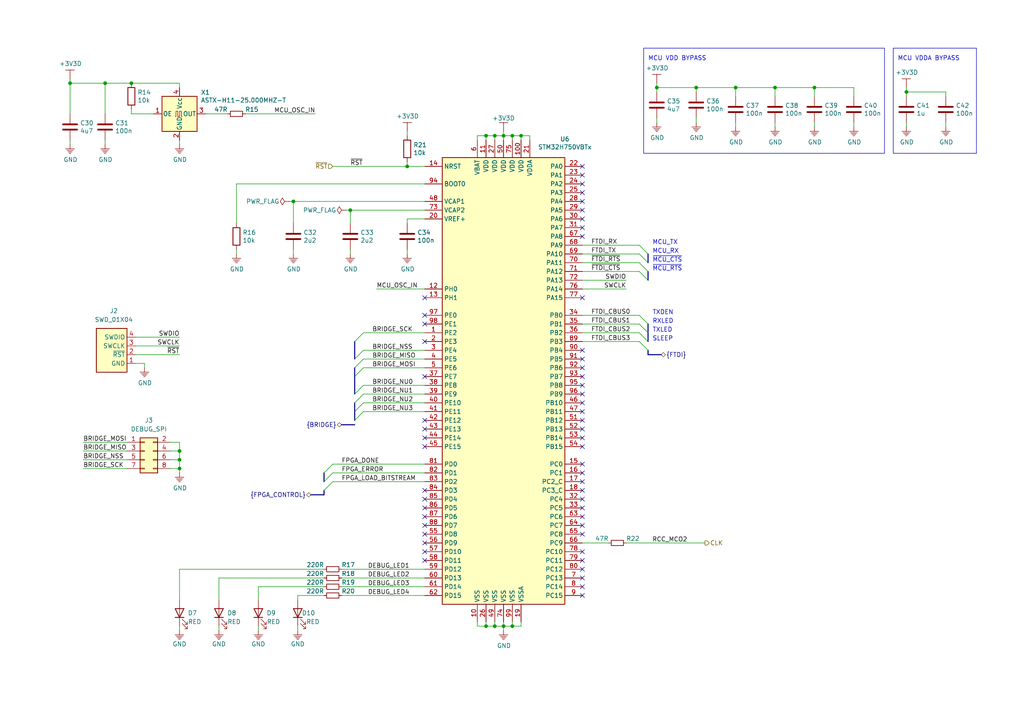
<source format=kicad_sch>
(kicad_sch (version 20200506) (host eeschema "5.99.0-unknown-1f9723c~101~ubuntu18.04.1")
  (page "A4")
  (title_block (title "Digitizer 10b 105 MSPS with FPGA") (date "2020-03-09") (rev "1.0") (company "Jan Vykydal"))
  (lib_symbols
    (symbol "Connector_Generic:Conn_02x04_Odd_Even" (pin_names hide)
      (property "Reference" "J" (at 1.27 5.08 0))
      (property "Value" "Conn_02x04_Odd_Even" (at 1.27 -7.62 0))
      (symbol "Conn_02x04_Odd_Even_1_1"
        (rectangle (start -1.27 -4.953) (end 0 -5.207))
        (rectangle (start -1.27 -2.413) (end 0 -2.667))
        (rectangle (start -1.27 2.667) (end 0 2.413))
        (rectangle (start -1.27 3.81) (end 3.81 -6.35) (stroke (width 0.254)) (fill (type background)))
        (rectangle (start -1.27 0.127) (end 0 -0.127))
        (rectangle (start 3.81 -4.953) (end 2.54 -5.207))
        (rectangle (start 3.81 -2.413) (end 2.54 -2.667))
        (rectangle (start 3.81 2.667) (end 2.54 2.413))
        (rectangle (start 3.81 0.127) (end 2.54 -0.127))
        (pin passive line (at -5.08 2.54 0) (length 3.81) (name "Pin_1") (number "1"))
        (pin passive line (at 7.62 2.54 180) (length 3.81) (name "Pin_2") (number "2"))
        (pin passive line (at -5.08 0 0) (length 3.81) (name "Pin_3") (number "3"))
        (pin passive line (at 7.62 0 180) (length 3.81) (name "Pin_4") (number "4"))
        (pin passive line (at -5.08 -2.54 0) (length 3.81) (name "Pin_5") (number "5"))
        (pin passive line (at 7.62 -2.54 180) (length 3.81) (name "Pin_6") (number "6"))
        (pin passive line (at -5.08 -5.08 0) (length 3.81) (name "Pin_7") (number "7"))
        (pin passive line (at 7.62 -5.08 180) (length 3.81) (name "Pin_8") (number "8"))
      )
    )
    (symbol "Device:C" (pin_numbers hide) (pin_names (offset 0.254))
      (property "Reference" "C" (at 0.635 2.54 0))
      (property "Value" "C" (at 0.635 -2.54 0))
      (symbol "C_0_1"
        (polyline (pts (xy -2.032 -0.762) (xy 2.032 -0.762)) (stroke (width 0.508)))
        (polyline (pts (xy -2.032 0.762) (xy 2.032 0.762)) (stroke (width 0.508)))
      )
      (symbol "C_1_1"
        (pin passive line (at 0 3.81 270) (length 2.794) (name "~") (number "1"))
        (pin passive line (at 0 -3.81 90) (length 2.794) (name "~") (number "2"))
      )
    )
    (symbol "Device:LED" (pin_numbers hide) (pin_names hide)
      (property "Reference" "D" (at 0 2.54 0))
      (property "Value" "LED" (at 0 -2.54 0))
      (symbol "LED_0_1"
        (polyline (pts (xy -1.27 -1.27) (xy -1.27 1.27)) (stroke (width 0.254)))
        (polyline (pts (xy -1.27 0) (xy 1.27 0)))
        (polyline (pts (xy 1.27 -1.27) (xy 1.27 1.27) (xy -1.27 0) (xy 1.27 -1.27)) (stroke (width 0.254)))
        (polyline (pts (xy -3.048 -0.762) (xy -4.572 -2.286) (xy -3.81 -2.286) (xy -4.572 -2.286) (xy -4.572 -1.524)))
        (polyline (pts (xy -1.778 -0.762) (xy -3.302 -2.286) (xy -2.54 -2.286) (xy -3.302 -2.286) (xy -3.302 -1.524)))
      )
      (symbol "LED_1_1"
        (pin passive line (at -3.81 0 0) (length 2.54) (name "K") (number "1"))
        (pin passive line (at 3.81 0 180) (length 2.54) (name "A") (number "2"))
      )
    )
    (symbol "Device:R" (pin_numbers hide) (pin_names (offset 0))
      (property "Reference" "R" (at 2.032 0 90))
      (property "Value" "R" (at 0 0 90))
      (symbol "R_0_1"
        (rectangle (start -1.016 -2.54) (end 1.016 2.54) (stroke (width 0.254)))
      )
      (symbol "R_1_1"
        (pin passive line (at 0 3.81 270) (length 1.27) (name "~") (number "1"))
        (pin passive line (at 0 -3.81 90) (length 1.27) (name "~") (number "2"))
      )
    )
    (symbol "Device:R_Small" (pin_numbers hide) (pin_names (offset 0.254) hide)
      (property "Reference" "R" (at 0.762 0.508 0))
      (property "Value" "R_Small" (at 0.762 -1.016 0))
      (symbol "R_Small_0_1"
        (rectangle (start -0.762 1.778) (end 0.762 -1.778) (stroke (width 0.2032)))
      )
      (symbol "R_Small_1_1"
        (pin passive line (at 0 2.54 270) (length 0.762) (name "~") (number "1"))
        (pin passive line (at 0 -2.54 90) (length 0.762) (name "~") (number "2"))
      )
    )
    (symbol "KLIB_Connector_Prog:SWD_01X04"
      (property "Reference" "J" (at -6.35 8.89 0))
      (property "Value" "SWD_01X04" (at -1.27 -7.62 0))
      (symbol "SWD_01X04_0_1"
        (rectangle (start 2.54 -5.08) (end -6.35 7.62) (stroke (width 0.254)) (fill (type background)))
      )
      (symbol "SWD_01X04_1_1"
        (pin power_in line (at 5.08 -2.54 180) (length 2.54) (name "GND") (number "1"))
        (pin input line (at 5.08 0 180) (length 2.54) (name "~RST") (number "2"))
        (pin input line (at 5.08 2.54 180) (length 2.54) (name "SWCLK") (number "3"))
        (pin bidirectional line (at 5.08 5.08 180) (length 2.54) (name "SWDIO") (number "4"))
      )
    )
    (symbol "KLIB_MCU_ST_STM32H7:STM32H750VBTx" (pin_names (offset 0.508))
      (property "Reference" "U" (at 10.16 68.58 0))
      (property "Value" "STM32H750VBTx" (at 10.16 66.04 0))
      (symbol "STM32H750VBTx_0_1"
        (rectangle (start -17.78 63.5) (end 17.78 -66.04) (stroke (width 0.254)) (fill (type background)))
      )
      (symbol "STM32H750VBTx_1_1"
        (pin bidirectional line (at -22.86 12.7 0) (length 5.08) (name "PE2") (number "1"))
        (pin power_in line (at -7.62 -71.12 90) (length 5.08) (name "VSS") (number "10"))
        (pin power_in line (at 5.08 68.58 270) (length 5.08) (name "VDD") (number "100"))
        (pin power_in line (at -5.08 68.58 270) (length 5.08) (name "VDD") (number "11"))
        (pin bidirectional line (at -22.86 25.4 0) (length 5.08) (name "PH0") (number "12"))
        (pin bidirectional line (at -22.86 22.86 0) (length 5.08) (name "PH1") (number "13"))
        (pin input line (at -22.86 60.96 0) (length 5.08) (name "NRST") (number "14"))
        (pin bidirectional line (at 22.86 -25.4 180) (length 5.08) (name "PC0") (number "15"))
        (pin bidirectional line (at 22.86 -27.94 180) (length 5.08) (name "PC1") (number "16"))
        (pin bidirectional line (at 22.86 -30.48 180) (length 5.08) (name "PC2_C") (number "17"))
        (pin bidirectional line (at 22.86 -33.02 180) (length 5.08) (name "PC3_C") (number "18"))
        (pin power_in line (at 5.08 -71.12 90) (length 5.08) (name "VSSA") (number "19"))
        (pin bidirectional line (at -22.86 10.16 0) (length 5.08) (name "PE3") (number "2"))
        (pin bidirectional line (at -22.86 45.72 0) (length 5.08) (name "VREF+") (number "20"))
        (pin power_in line (at 7.62 68.58 270) (length 5.08) (name "VDDA") (number "21"))
        (pin bidirectional line (at 22.86 60.96 180) (length 5.08) (name "PA0") (number "22"))
        (pin bidirectional line (at 22.86 58.42 180) (length 5.08) (name "PA1") (number "23"))
        (pin bidirectional line (at 22.86 55.88 180) (length 5.08) (name "PA2") (number "24"))
        (pin bidirectional line (at 22.86 53.34 180) (length 5.08) (name "PA3") (number "25"))
        (pin power_in line (at -5.08 -71.12 90) (length 5.08) (name "VSS") (number "26"))
        (pin power_in line (at -2.54 68.58 270) (length 5.08) (name "VDD") (number "27"))
        (pin bidirectional line (at 22.86 50.8 180) (length 5.08) (name "PA4") (number "28"))
        (pin bidirectional line (at 22.86 48.26 180) (length 5.08) (name "PA5") (number "29"))
        (pin bidirectional line (at -22.86 7.62 0) (length 5.08) (name "PE4") (number "3"))
        (pin bidirectional line (at 22.86 45.72 180) (length 5.08) (name "PA6") (number "30"))
        (pin bidirectional line (at 22.86 43.18 180) (length 5.08) (name "PA7") (number "31"))
        (pin bidirectional line (at 22.86 -35.56 180) (length 5.08) (name "PC4") (number "32"))
        (pin bidirectional line (at 22.86 -38.1 180) (length 5.08) (name "PC5") (number "33"))
        (pin bidirectional line (at 22.86 17.78 180) (length 5.08) (name "PB0") (number "34"))
        (pin bidirectional line (at 22.86 15.24 180) (length 5.08) (name "PB1") (number "35"))
        (pin bidirectional line (at 22.86 12.7 180) (length 5.08) (name "PB2") (number "36"))
        (pin bidirectional line (at -22.86 0 0) (length 5.08) (name "PE7") (number "37"))
        (pin bidirectional line (at -22.86 -2.54 0) (length 5.08) (name "PE8") (number "38"))
        (pin bidirectional line (at -22.86 -5.08 0) (length 5.08) (name "PE9") (number "39"))
        (pin bidirectional line (at -22.86 5.08 0) (length 5.08) (name "PE5") (number "4"))
        (pin bidirectional line (at -22.86 -7.62 0) (length 5.08) (name "PE10") (number "40"))
        (pin bidirectional line (at -22.86 -10.16 0) (length 5.08) (name "PE11") (number "41"))
        (pin bidirectional line (at -22.86 -12.7 0) (length 5.08) (name "PE12") (number "42"))
        (pin bidirectional line (at -22.86 -15.24 0) (length 5.08) (name "PE13") (number "43"))
        (pin bidirectional line (at -22.86 -17.78 0) (length 5.08) (name "PE14") (number "44"))
        (pin bidirectional line (at -22.86 -20.32 0) (length 5.08) (name "PE15") (number "45"))
        (pin bidirectional line (at 22.86 -7.62 180) (length 5.08) (name "PB10") (number "46"))
        (pin bidirectional line (at 22.86 -10.16 180) (length 5.08) (name "PB11") (number "47"))
        (pin power_in line (at -22.86 50.8 0) (length 5.08) (name "VCAP1") (number "48"))
        (pin power_in line (at -2.54 -71.12 90) (length 5.08) (name "VSS") (number "49"))
        (pin bidirectional line (at -22.86 2.54 0) (length 5.08) (name "PE6") (number "5"))
        (pin power_in line (at 0 68.58 270) (length 5.08) (name "VDD") (number "50"))
        (pin bidirectional line (at 22.86 -12.7 180) (length 5.08) (name "PB12") (number "51"))
        (pin bidirectional line (at 22.86 -15.24 180) (length 5.08) (name "PB13") (number "52"))
        (pin bidirectional line (at 22.86 -17.78 180) (length 5.08) (name "PB14") (number "53"))
        (pin bidirectional line (at 22.86 -20.32 180) (length 5.08) (name "PB15") (number "54"))
        (pin bidirectional line (at -22.86 -45.72 0) (length 5.08) (name "PD8") (number "55"))
        (pin bidirectional line (at -22.86 -48.26 0) (length 5.08) (name "PD9") (number "56"))
        (pin bidirectional line (at -22.86 -50.8 0) (length 5.08) (name "PD10") (number "57"))
        (pin bidirectional line (at -22.86 -53.34 0) (length 5.08) (name "PD11") (number "58"))
        (pin bidirectional line (at -22.86 -55.88 0) (length 5.08) (name "PD12") (number "59"))
        (pin power_in line (at -7.62 68.58 270) (length 5.08) (name "VBAT") (number "6"))
        (pin bidirectional line (at -22.86 -58.42 0) (length 5.08) (name "PD13") (number "60"))
        (pin bidirectional line (at -22.86 -60.96 0) (length 5.08) (name "PD14") (number "61"))
        (pin bidirectional line (at -22.86 -63.5 0) (length 5.08) (name "PD15") (number "62"))
        (pin bidirectional line (at 22.86 -40.64 180) (length 5.08) (name "PC6") (number "63"))
        (pin bidirectional line (at 22.86 -43.18 180) (length 5.08) (name "PC7") (number "64"))
        (pin bidirectional line (at 22.86 -45.72 180) (length 5.08) (name "PC8") (number "65"))
        (pin bidirectional line (at 22.86 -48.26 180) (length 5.08) (name "PC9") (number "66"))
        (pin bidirectional line (at 22.86 40.64 180) (length 5.08) (name "PA8") (number "67"))
        (pin bidirectional line (at 22.86 38.1 180) (length 5.08) (name "PA9") (number "68"))
        (pin bidirectional line (at 22.86 35.56 180) (length 5.08) (name "PA10") (number "69"))
        (pin bidirectional line (at 22.86 -58.42 180) (length 5.08) (name "PC13") (number "7"))
        (pin bidirectional line (at 22.86 33.02 180) (length 5.08) (name "PA11") (number "70"))
        (pin bidirectional line (at 22.86 30.48 180) (length 5.08) (name "PA12") (number "71"))
        (pin bidirectional line (at 22.86 27.94 180) (length 5.08) (name "PA13") (number "72"))
        (pin power_in line (at -22.86 48.26 0) (length 5.08) (name "VCAP2") (number "73"))
        (pin power_in line (at 0 -71.12 90) (length 5.08) (name "VSS") (number "74"))
        (pin power_in line (at 2.54 68.58 270) (length 5.08) (name "VDD") (number "75"))
        (pin bidirectional line (at 22.86 25.4 180) (length 5.08) (name "PA14") (number "76"))
        (pin bidirectional line (at 22.86 22.86 180) (length 5.08) (name "PA15") (number "77"))
        (pin bidirectional line (at 22.86 -50.8 180) (length 5.08) (name "PC10") (number "78"))
        (pin bidirectional line (at 22.86 -53.34 180) (length 5.08) (name "PC11") (number "79"))
        (pin bidirectional line (at 22.86 -60.96 180) (length 5.08) (name "PC14") (number "8"))
        (pin bidirectional line (at 22.86 -55.88 180) (length 5.08) (name "PC12") (number "80"))
        (pin bidirectional line (at -22.86 -25.4 0) (length 5.08) (name "PD0") (number "81"))
        (pin bidirectional line (at -22.86 -27.94 0) (length 5.08) (name "PD1") (number "82"))
        (pin bidirectional line (at -22.86 -30.48 0) (length 5.08) (name "PD2") (number "83"))
        (pin bidirectional line (at -22.86 -33.02 0) (length 5.08) (name "PD3") (number "84"))
        (pin bidirectional line (at -22.86 -35.56 0) (length 5.08) (name "PD4") (number "85"))
        (pin bidirectional line (at -22.86 -38.1 0) (length 5.08) (name "PD5") (number "86"))
        (pin bidirectional line (at -22.86 -40.64 0) (length 5.08) (name "PD6") (number "87"))
        (pin bidirectional line (at -22.86 -43.18 0) (length 5.08) (name "PD7") (number "88"))
        (pin bidirectional line (at 22.86 10.16 180) (length 5.08) (name "PB3") (number "89"))
        (pin bidirectional line (at 22.86 -63.5 180) (length 5.08) (name "PC15") (number "9"))
        (pin bidirectional line (at 22.86 7.62 180) (length 5.08) (name "PB4") (number "90"))
        (pin bidirectional line (at 22.86 5.08 180) (length 5.08) (name "PB5") (number "91"))
        (pin bidirectional line (at 22.86 2.54 180) (length 5.08) (name "PB6") (number "92"))
        (pin bidirectional line (at 22.86 0 180) (length 5.08) (name "PB7") (number "93"))
        (pin input line (at -22.86 55.88 0) (length 5.08) (name "BOOT0") (number "94"))
        (pin bidirectional line (at 22.86 -2.54 180) (length 5.08) (name "PB8") (number "95"))
        (pin bidirectional line (at 22.86 -5.08 180) (length 5.08) (name "PB9") (number "96"))
        (pin bidirectional line (at -22.86 17.78 0) (length 5.08) (name "PE0") (number "97"))
        (pin bidirectional line (at -22.86 15.24 0) (length 5.08) (name "PE1") (number "98"))
        (pin power_in line (at 2.54 -71.12 90) (length 5.08) (name "VSS") (number "99"))
      )
    )
    (symbol "KLIB_Power:+3V3D" (power) (pin_names (offset 0))
      (property "Value" "+3V3D" (at 0 3.81 0))
      (symbol "+3V3D_0_1"
        (polyline (pts (xy -1.27 2.54) (xy 0 2.54)))
        (polyline (pts (xy 0 0) (xy 0 2.54)))
        (polyline (pts (xy 0 2.54) (xy 1.27 2.54)))
      )
      (symbol "+3V3D_1_1"
        (pin power_in line (at 0 0 90) (length 0) (name "+3V3D") (number "1") hide)
      )
    )
    (symbol "KLIB_Power:GND" (power) (pin_names (offset 0))
      (property "Value" "GND" (at 0 -3.556 0))
      (symbol "GND_0_1"
        (polyline (pts (xy -0.9144 -1.7272) (xy 0.9144 -1.7272)))
        (polyline (pts (xy -0.5588 -2.1336) (xy 0.5588 -2.1336)))
        (polyline (pts (xy -0.254 -2.54) (xy 0.254 -2.54)))
        (polyline (pts (xy 0 -1.27) (xy 0 0)))
        (polyline (pts (xy 1.27 -1.27) (xy -1.27 -1.27)))
      )
      (symbol "GND_1_1"
        (pin power_in line (at 0 0 270) (length 0) (name "GND") (number "1") hide)
      )
    )
    (symbol "KLIB_Power:PWR_FLAG" (power) (pin_numbers hide) (pin_names (offset 0) hide)
      (property "Value" "PWR_FLAG" (at 0 3.81 0))
      (symbol "PWR_FLAG_0_1"
        (polyline (pts (xy 0 0) (xy 0 1.27) (xy -1.016 1.905) (xy 0 2.54) (xy 1.016 1.905) (xy 0 1.27)))
      )
      (symbol "PWR_FLAG_0_0"
        (pin power_out line (at 0 0 90) (length 0) (name "pwr") (number "1"))
      )
    )
    (symbol "Oscillator:SG-5032CCN" (pin_names (offset 0.254))
      (property "Reference" "X" (at -5.08 6.35 0))
      (property "Value" "SG-5032CCN" (at 1.27 -6.35 0))
      (symbol "SG-5032CCN_0_1"
        (rectangle (start -5.08 5.08) (end 5.08 -5.08) (stroke (width 0.254)) (fill (type background)))
        (polyline (pts (xy -1.27 -0.762) (xy -1.016 -0.762) (xy -1.016 0.762) (xy -0.508 0.762) (xy -0.508 -0.762) (xy 0 -0.762) (xy 0 0.762) (xy 0.508 0.762) (xy 0.508 -0.762) (xy 0.762 -0.762)))
      )
      (symbol "SG-5032CCN_1_1"
        (pin input line (at -7.62 0 0) (length 2.54) (name "OE") (number "1"))
        (pin power_in line (at 0 -7.62 90) (length 2.54) (name "GND") (number "2"))
        (pin output line (at 7.62 0 180) (length 2.54) (name "OUT") (number "3"))
        (pin power_in line (at 0 7.62 270) (length 2.54) (name "Vcc") (number "4"))
      )
    )
  )
  (junction (at 52.07 133.35))
  (junction (at 190.5 25.4))
  (junction (at 52.07 135.89))
  (junction (at 118.11 48.26))
  (junction (at 20.32 24.13))
  (junction (at 30.48 24.13))
  (junction (at 140.97 181.61))
  (junction (at 143.51 181.61))
  (junction (at 148.59 39.37))
  (junction (at 213.36 25.4))
  (junction (at 85.09 58.42))
  (junction (at 148.59 181.61))
  (junction (at 151.13 39.37))
  (junction (at 146.05 181.61))
  (junction (at 52.07 130.81))
  (junction (at 101.6 60.96))
  (junction (at 143.51 39.37))
  (junction (at 262.89 26.67))
  (junction (at 224.79 25.4))
  (junction (at 140.97 39.37))
  (junction (at 38.1 24.13))
  (junction (at 201.93 25.4))
  (junction (at 236.22 25.4))
  (junction (at 146.05 39.37))
  (no_connect (at 168.91 86.36))
  (no_connect (at 168.91 167.64))
  (no_connect (at 123.19 86.36))
  (no_connect (at 123.19 152.4))
  (no_connect (at 168.91 60.96))
  (no_connect (at 168.91 109.22))
  (no_connect (at 168.91 134.62))
  (no_connect (at 123.19 154.94))
  (no_connect (at 168.91 121.92))
  (no_connect (at 168.91 172.72))
  (no_connect (at 123.19 109.22))
  (no_connect (at 168.91 160.02))
  (no_connect (at 168.91 170.18))
  (no_connect (at 168.91 124.46))
  (no_connect (at 168.91 58.42))
  (no_connect (at 168.91 63.5))
  (no_connect (at 168.91 142.24))
  (no_connect (at 123.19 142.24))
  (no_connect (at 168.91 152.4))
  (no_connect (at 168.91 162.56))
  (no_connect (at 168.91 127))
  (no_connect (at 168.91 50.8))
  (no_connect (at 168.91 154.94))
  (no_connect (at 168.91 165.1))
  (no_connect (at 168.91 114.3))
  (no_connect (at 168.91 137.16))
  (no_connect (at 123.19 147.32))
  (no_connect (at 168.91 101.6))
  (no_connect (at 168.91 129.54))
  (no_connect (at 168.91 119.38))
  (no_connect (at 168.91 116.84))
  (no_connect (at 123.19 99.06))
  (no_connect (at 123.19 144.78))
  (no_connect (at 168.91 106.68))
  (no_connect (at 168.91 66.04))
  (no_connect (at 123.19 157.48))
  (no_connect (at 123.19 162.56))
  (no_connect (at 168.91 144.78))
  (no_connect (at 123.19 149.86))
  (no_connect (at 123.19 160.02))
  (no_connect (at 123.19 93.98))
  (no_connect (at 123.19 124.46))
  (no_connect (at 168.91 139.7))
  (no_connect (at 168.91 111.76))
  (no_connect (at 123.19 129.54))
  (no_connect (at 123.19 121.92))
  (no_connect (at 168.91 55.88))
  (no_connect (at 168.91 68.58))
  (no_connect (at 168.91 149.86))
  (no_connect (at 168.91 104.14))
  (no_connect (at 168.91 53.34))
  (no_connect (at 168.91 147.32))
  (no_connect (at 168.91 48.26))
  (no_connect (at 123.19 127))
  (no_connect (at 123.19 91.44))
  (bus_entry (at 93.98 137.16) (size 2.54 -2.54))
  (bus_entry (at 93.98 139.7) (size 2.54 -2.54))
  (bus_entry (at 93.98 142.24) (size 2.54 -2.54))
  (bus_entry (at 102.87 99.06) (size 2.54 -2.54))
  (bus_entry (at 102.87 104.14) (size 2.54 -2.54))
  (bus_entry (at 102.87 106.68) (size 2.54 -2.54))
  (bus_entry (at 102.87 109.22) (size 2.54 -2.54))
  (bus_entry (at 102.87 114.3) (size 2.54 -2.54))
  (bus_entry (at 102.87 116.84) (size 2.54 -2.54))
  (bus_entry (at 102.87 119.38) (size 2.54 -2.54))
  (bus_entry (at 102.87 121.92) (size 2.54 -2.54))
  (bus_entry (at 187.96 73.66) (size -2.54 -2.54))
  (bus_entry (at 187.96 76.2) (size -2.54 -2.54))
  (bus_entry (at 187.96 78.74) (size -2.54 -2.54))
  (bus_entry (at 187.96 81.28) (size -2.54 -2.54))
  (bus_entry (at 187.96 93.98) (size -2.54 -2.54))
  (bus_entry (at 187.96 96.52) (size -2.54 -2.54))
  (bus_entry (at 187.96 99.06) (size -2.54 -2.54))
  (bus_entry (at 187.96 101.6) (size -2.54 -2.54))
  (wire (pts (xy 20.32 22.86) (xy 20.32 24.13)))
  (wire (pts (xy 20.32 24.13) (xy 30.48 24.13)))
  (wire (pts (xy 20.32 33.02) (xy 20.32 24.13)))
  (wire (pts (xy 20.32 41.91) (xy 20.32 40.64)))
  (wire (pts (xy 24.13 128.27) (xy 36.83 128.27)))
  (wire (pts (xy 24.13 130.81) (xy 36.83 130.81)))
  (wire (pts (xy 24.13 133.35) (xy 36.83 133.35)))
  (wire (pts (xy 24.13 135.89) (xy 36.83 135.89)))
  (wire (pts (xy 30.48 24.13) (xy 30.48 33.02)))
  (wire (pts (xy 30.48 24.13) (xy 38.1 24.13)))
  (wire (pts (xy 30.48 40.64) (xy 30.48 41.91)))
  (wire (pts (xy 38.1 24.13) (xy 52.07 24.13)))
  (wire (pts (xy 38.1 31.75) (xy 38.1 33.02)))
  (wire (pts (xy 38.1 33.02) (xy 44.45 33.02)))
  (wire (pts (xy 39.37 97.79) (xy 52.07 97.79)))
  (wire (pts (xy 39.37 100.33) (xy 52.07 100.33)))
  (wire (pts (xy 39.37 102.87) (xy 52.07 102.87)))
  (wire (pts (xy 39.37 105.41) (xy 41.91 105.41)))
  (wire (pts (xy 41.91 105.41) (xy 41.91 106.68)))
  (wire (pts (xy 49.53 128.27) (xy 52.07 128.27)))
  (wire (pts (xy 49.53 130.81) (xy 52.07 130.81)))
  (wire (pts (xy 49.53 133.35) (xy 52.07 133.35)))
  (wire (pts (xy 49.53 135.89) (xy 52.07 135.89)))
  (wire (pts (xy 52.07 24.13) (xy 52.07 25.4)))
  (wire (pts (xy 52.07 40.64) (xy 52.07 41.91)))
  (wire (pts (xy 52.07 128.27) (xy 52.07 130.81)))
  (wire (pts (xy 52.07 130.81) (xy 52.07 133.35)))
  (wire (pts (xy 52.07 133.35) (xy 52.07 135.89)))
  (wire (pts (xy 52.07 135.89) (xy 52.07 137.16)))
  (wire (pts (xy 52.07 165.1) (xy 52.07 173.99)))
  (wire (pts (xy 52.07 181.61) (xy 52.07 182.88)))
  (wire (pts (xy 59.69 33.02) (xy 66.04 33.02)))
  (wire (pts (xy 63.5 167.64) (xy 63.5 173.99)))
  (wire (pts (xy 63.5 181.61) (xy 63.5 182.88)))
  (wire (pts (xy 68.58 53.34) (xy 68.58 64.77)))
  (wire (pts (xy 68.58 53.34) (xy 123.19 53.34)))
  (wire (pts (xy 68.58 72.39) (xy 68.58 73.66)))
  (wire (pts (xy 71.12 33.02) (xy 91.44 33.02)))
  (wire (pts (xy 74.93 170.18) (xy 74.93 173.99)))
  (wire (pts (xy 74.93 181.61) (xy 74.93 182.88)))
  (wire (pts (xy 83.82 58.42) (xy 85.09 58.42)))
  (wire (pts (xy 85.09 58.42) (xy 85.09 64.77)))
  (wire (pts (xy 85.09 58.42) (xy 123.19 58.42)))
  (wire (pts (xy 85.09 72.39) (xy 85.09 73.66)))
  (wire (pts (xy 86.36 172.72) (xy 86.36 173.99)))
  (wire (pts (xy 86.36 181.61) (xy 86.36 182.88)))
  (wire (pts (xy 93.98 165.1) (xy 52.07 165.1)))
  (wire (pts (xy 93.98 167.64) (xy 63.5 167.64)))
  (wire (pts (xy 93.98 170.18) (xy 74.93 170.18)))
  (wire (pts (xy 93.98 172.72) (xy 86.36 172.72)))
  (wire (pts (xy 96.52 48.26) (xy 118.11 48.26)))
  (wire (pts (xy 96.52 134.62) (xy 123.19 134.62)))
  (wire (pts (xy 96.52 137.16) (xy 123.19 137.16)))
  (wire (pts (xy 96.52 139.7) (xy 123.19 139.7)))
  (wire (pts (xy 100.33 60.96) (xy 101.6 60.96)))
  (wire (pts (xy 101.6 60.96) (xy 101.6 64.77)))
  (wire (pts (xy 101.6 60.96) (xy 123.19 60.96)))
  (wire (pts (xy 101.6 72.39) (xy 101.6 73.66)))
  (wire (pts (xy 105.41 96.52) (xy 123.19 96.52)))
  (wire (pts (xy 105.41 101.6) (xy 123.19 101.6)))
  (wire (pts (xy 105.41 104.14) (xy 123.19 104.14)))
  (wire (pts (xy 105.41 106.68) (xy 123.19 106.68)))
  (wire (pts (xy 105.41 111.76) (xy 123.19 111.76)))
  (wire (pts (xy 105.41 114.3) (xy 123.19 114.3)))
  (wire (pts (xy 105.41 116.84) (xy 123.19 116.84)))
  (wire (pts (xy 105.41 119.38) (xy 123.19 119.38)))
  (wire (pts (xy 109.22 83.82) (xy 123.19 83.82)))
  (wire (pts (xy 118.11 38.1) (xy 118.11 39.37)))
  (wire (pts (xy 118.11 48.26) (xy 118.11 46.99)))
  (wire (pts (xy 118.11 48.26) (xy 123.19 48.26)))
  (wire (pts (xy 118.11 63.5) (xy 123.19 63.5)))
  (wire (pts (xy 118.11 64.77) (xy 118.11 63.5)))
  (wire (pts (xy 118.11 73.66) (xy 118.11 72.39)))
  (wire (pts (xy 123.19 165.1) (xy 99.06 165.1)))
  (wire (pts (xy 123.19 167.64) (xy 99.06 167.64)))
  (wire (pts (xy 123.19 170.18) (xy 99.06 170.18)))
  (wire (pts (xy 123.19 172.72) (xy 99.06 172.72)))
  (wire (pts (xy 138.43 39.37) (xy 140.97 39.37)))
  (wire (pts (xy 138.43 40.64) (xy 138.43 39.37)))
  (wire (pts (xy 138.43 180.34) (xy 138.43 181.61)))
  (wire (pts (xy 138.43 181.61) (xy 140.97 181.61)))
  (wire (pts (xy 140.97 39.37) (xy 140.97 40.64)))
  (wire (pts (xy 140.97 39.37) (xy 143.51 39.37)))
  (wire (pts (xy 140.97 180.34) (xy 140.97 181.61)))
  (wire (pts (xy 140.97 181.61) (xy 143.51 181.61)))
  (wire (pts (xy 143.51 39.37) (xy 143.51 40.64)))
  (wire (pts (xy 143.51 39.37) (xy 146.05 39.37)))
  (wire (pts (xy 143.51 180.34) (xy 143.51 181.61)))
  (wire (pts (xy 143.51 181.61) (xy 146.05 181.61)))
  (wire (pts (xy 146.05 38.1) (xy 146.05 39.37)))
  (wire (pts (xy 146.05 39.37) (xy 146.05 40.64)))
  (wire (pts (xy 146.05 39.37) (xy 148.59 39.37)))
  (wire (pts (xy 146.05 180.34) (xy 146.05 181.61)))
  (wire (pts (xy 146.05 181.61) (xy 146.05 182.88)))
  (wire (pts (xy 146.05 181.61) (xy 148.59 181.61)))
  (wire (pts (xy 148.59 39.37) (xy 148.59 40.64)))
  (wire (pts (xy 148.59 39.37) (xy 151.13 39.37)))
  (wire (pts (xy 148.59 180.34) (xy 148.59 181.61)))
  (wire (pts (xy 148.59 181.61) (xy 151.13 181.61)))
  (wire (pts (xy 151.13 39.37) (xy 151.13 40.64)))
  (wire (pts (xy 151.13 39.37) (xy 153.67 39.37)))
  (wire (pts (xy 151.13 180.34) (xy 151.13 181.61)))
  (wire (pts (xy 153.67 39.37) (xy 153.67 40.64)))
  (wire (pts (xy 168.91 71.12) (xy 185.42 71.12)))
  (wire (pts (xy 168.91 73.66) (xy 185.42 73.66)))
  (wire (pts (xy 168.91 76.2) (xy 185.42 76.2)))
  (wire (pts (xy 168.91 78.74) (xy 185.42 78.74)))
  (wire (pts (xy 168.91 81.28) (xy 181.61 81.28)))
  (wire (pts (xy 168.91 83.82) (xy 181.61 83.82)))
  (wire (pts (xy 168.91 91.44) (xy 185.42 91.44)))
  (wire (pts (xy 168.91 93.98) (xy 185.42 93.98)))
  (wire (pts (xy 168.91 96.52) (xy 185.42 96.52)))
  (wire (pts (xy 168.91 99.06) (xy 185.42 99.06)))
  (wire (pts (xy 168.91 157.48) (xy 176.53 157.48)))
  (wire (pts (xy 181.61 157.48) (xy 204.47 157.48)))
  (wire (pts (xy 190.5 24.13) (xy 190.5 25.4)))
  (wire (pts (xy 190.5 25.4) (xy 190.5 26.67)))
  (wire (pts (xy 190.5 25.4) (xy 201.93 25.4)))
  (wire (pts (xy 190.5 34.29) (xy 190.5 35.56)))
  (wire (pts (xy 201.93 25.4) (xy 201.93 26.67)))
  (wire (pts (xy 201.93 25.4) (xy 213.36 25.4)))
  (wire (pts (xy 201.93 34.29) (xy 201.93 35.56)))
  (wire (pts (xy 213.36 25.4) (xy 213.36 27.94)))
  (wire (pts (xy 213.36 25.4) (xy 224.79 25.4)))
  (wire (pts (xy 213.36 35.56) (xy 213.36 36.83)))
  (wire (pts (xy 224.79 25.4) (xy 224.79 27.94)))
  (wire (pts (xy 224.79 25.4) (xy 236.22 25.4)))
  (wire (pts (xy 224.79 35.56) (xy 224.79 36.83)))
  (wire (pts (xy 236.22 25.4) (xy 236.22 27.94)))
  (wire (pts (xy 236.22 25.4) (xy 247.65 25.4)))
  (wire (pts (xy 236.22 35.56) (xy 236.22 36.83)))
  (wire (pts (xy 247.65 25.4) (xy 247.65 27.94)))
  (wire (pts (xy 247.65 35.56) (xy 247.65 36.83)))
  (wire (pts (xy 262.89 25.4) (xy 262.89 26.67)))
  (wire (pts (xy 262.89 26.67) (xy 262.89 27.94)))
  (wire (pts (xy 262.89 26.67) (xy 274.32 26.67)))
  (wire (pts (xy 262.89 35.56) (xy 262.89 36.83)))
  (wire (pts (xy 274.32 26.67) (xy 274.32 27.94)))
  (wire (pts (xy 274.32 35.56) (xy 274.32 36.83)))
  (bus (pts (xy 90.17 143.51) (xy 93.98 143.51)))
  (bus (pts (xy 93.98 137.16) (xy 93.98 142.24)))
  (bus (pts (xy 93.98 142.24) (xy 93.98 143.51)))
  (bus (pts (xy 99.06 123.19) (xy 102.87 123.19)))
  (bus (pts (xy 102.87 99.06) (xy 102.87 106.68)))
  (bus (pts (xy 102.87 106.68) (xy 102.87 109.22)))
  (bus (pts (xy 102.87 109.22) (xy 102.87 116.84)))
  (bus (pts (xy 102.87 116.84) (xy 102.87 119.38)))
  (bus (pts (xy 102.87 119.38) (xy 102.87 123.19)))
  (bus (pts (xy 187.96 73.66) (xy 187.96 78.74)))
  (bus (pts (xy 187.96 78.74) (xy 187.96 93.98)))
  (bus (pts (xy 187.96 93.98) (xy 187.96 96.52)))
  (bus (pts (xy 187.96 96.52) (xy 187.96 101.6)))
  (bus (pts (xy 187.96 101.6) (xy 187.96 102.87)))
  (bus (pts (xy 187.96 102.87) (xy 191.77 102.87)))
  (polyline (pts (xy 186.69 13.97) (xy 186.69 44.45)))
  (polyline (pts (xy 186.69 13.97) (xy 256.54 13.97)))
  (polyline (pts (xy 256.54 13.97) (xy 256.54 44.45)))
  (polyline (pts (xy 256.54 44.45) (xy 186.69 44.45)))
  (polyline (pts (xy 259.08 13.97) (xy 259.08 44.45)))
  (polyline (pts (xy 259.08 13.97) (xy 283.21 13.97)))
  (polyline (pts (xy 283.21 13.97) (xy 283.21 44.45)))
  (polyline (pts (xy 283.21 44.45) (xy 259.08 44.45)))
  (text "MCU VDD BYPASS" (at 187.96 17.78 0) (effects (font (size 1.27 1.27)) (justify left bottom)))
  (text "MCU_TX" (at 189.23 71.12 0) (effects (font (size 1.27 1.27)) (justify left bottom)))
  (text "MCU_RX" (at 189.23 73.66 0) (effects (font (size 1.27 1.27)) (justify left bottom)))
  (text "~MCU_CTS" (at 189.23 76.2 0) (effects (font (size 1.27 1.27)) (justify left bottom)))
  (text "~MCU_RTS" (at 189.23 78.74 0) (effects (font (size 1.27 1.27)) (justify left bottom)))
  (text "TXDEN" (at 189.23 91.44 0) (effects (font (size 1.27 1.27)) (justify left bottom)))
  (text "RXLED" (at 189.23 93.98 0) (effects (font (size 1.27 1.27)) (justify left bottom)))
  (text "TXLED" (at 189.23 96.52 0) (effects (font (size 1.27 1.27)) (justify left bottom)))
  (text "SLEEP\n" (at 189.23 99.06 0) (effects (font (size 1.27 1.27)) (justify left bottom)))
  (text "MCU VDDA BYPASS" (at 260.35 17.78 0) (effects (font (size 1.27 1.27)) (justify left bottom)))
  (label "BRIDGE_MOSI" (at 24.13 128.27 0))
  (label "BRIDGE_MISO" (at 24.13 130.81 0))
  (label "BRIDGE_NSS" (at 24.13 133.35 0))
  (label "BRIDGE_SCK" (at 24.13 135.89 0))
  (label "SWDIO" (at 52.07 97.79 180))
  (label "SWCLK" (at 52.07 100.33 180))
  (label "~RST" (at 52.07 102.87 180))
  (label "MCU_OSC_IN" (at 91.44 33.02 180))
  (label "FPGA_DONE" (at 99.06 134.62 0))
  (label "FPGA_ERROR" (at 99.06 137.16 0))
  (label "FPGA_LOAD_BITSTREAM" (at 99.06 139.7 0))
  (label "~RST" (at 101.6 48.26 0))
  (label "DEBUG_LED1" (at 106.68 165.1 0))
  (label "DEBUG_LED2" (at 106.68 167.64 0))
  (label "DEBUG_LED3" (at 106.68 170.18 0))
  (label "DEBUG_LED4" (at 106.68 172.72 0))
  (label "BRIDGE_SCK" (at 107.95 96.52 0))
  (label "BRIDGE_NSS" (at 107.95 101.6 0))
  (label "BRIDGE_MISO" (at 107.95 104.14 0))
  (label "BRIDGE_MOSI" (at 107.95 106.68 0))
  (label "BRIDGE_NU0" (at 107.95 111.76 0))
  (label "BRIDGE_NU1" (at 107.95 114.3 0))
  (label "BRIDGE_NU2" (at 107.95 116.84 0))
  (label "BRIDGE_NU3" (at 107.95 119.38 0))
  (label "MCU_OSC_IN" (at 109.22 83.82 0))
  (label "FTDI_RX" (at 171.45 71.12 0))
  (label "FTDI_TX" (at 171.45 73.66 0))
  (label "~FTDI_RTS" (at 171.45 76.2 0))
  (label "~FTDI_CTS" (at 171.45 78.74 0))
  (label "FTDI_CBUS0" (at 171.45 91.44 0))
  (label "FTDI_CBUS1" (at 171.45 93.98 0))
  (label "FTDI_CBUS2" (at 171.45 96.52 0))
  (label "FTDI_CBUS3" (at 171.45 99.06 0))
  (label "SWDIO" (at 181.61 81.28 180))
  (label "SWCLK" (at 181.61 83.82 180))
  (label "RCC_MCO2" (at 199.39 157.48 180))
  (hierarchical_label "{FPGA_CONTROL}" (shape bidirectional) (at 90.17 143.51 180))
  (hierarchical_label "~RST" (shape input) (at 96.52 48.26 180))
  (hierarchical_label "{BRIDGE}" (shape bidirectional) (at 99.06 123.19 180))
  (hierarchical_label "{FTDI}" (shape bidirectional) (at 191.77 102.87 0))
  (hierarchical_label "CLK" (shape output) (at 204.47 157.48 0))
  (symbol (lib_id "KLIB_Power:PWR_FLAG") (at 83.82 58.42 90) (unit 1)
    (property "Reference" "#FLG04" (effects hide))
    (property "Value" "PWR_FLAG" (at 76.2 58.42 90))
  )
  (symbol (lib_id "KLIB_Power:PWR_FLAG") (at 100.33 60.96 90) (unit 1)
    (property "Reference" "#FLG05" (effects hide))
    (property "Value" "PWR_FLAG" (at 92.71 60.96 90))
  )
  (symbol (lib_id "KLIB_Power:+3V3D") (at 20.32 22.86 0) (unit 1)
    (property "Reference" "#PWR058" (effects hide))
    (property "Value" "+3V3D" (at 20.447 18.4658 0))
  )
  (symbol (lib_id "KLIB_Power:GND") (at 20.32 41.91 0) (unit 1)
    (property "Reference" "#PWR059" (effects hide))
    (property "Value" "GND" (at 20.447 46.3042 0))
  )
  (symbol (lib_id "KLIB_Power:GND") (at 30.48 41.91 0) (unit 1)
    (property "Reference" "#PWR060" (effects hide))
    (property "Value" "GND" (at 30.607 46.3042 0))
  )
  (symbol (lib_id "KLIB_Power:GND") (at 41.91 106.68 0) (unit 1)
    (property "Reference" "#PWR061" (effects hide))
    (property "Value" "GND" (at 42.037 111.0742 0))
  )
  (symbol (lib_id "KLIB_Power:GND") (at 52.07 41.91 0) (unit 1)
    (property "Reference" "#PWR062" (effects hide))
    (property "Value" "GND" (at 52.197 46.3042 0))
  )
  (symbol (lib_id "KLIB_Power:GND") (at 52.07 137.16 0) (unit 1)
    (property "Reference" "#PWR063" (effects hide))
    (property "Value" "GND" (at 52.197 141.5542 0))
  )
  (symbol (lib_id "KLIB_Power:GND") (at 52.07 182.88 0) (unit 1)
    (property "Reference" "#PWR064" (effects hide))
    (property "Value" "GND" (at 52.07 186.7916 0))
  )
  (symbol (lib_id "KLIB_Power:GND") (at 63.5 182.88 0) (unit 1)
    (property "Reference" "#PWR065" (effects hide))
    (property "Value" "GND" (at 63.5 186.7916 0))
  )
  (symbol (lib_id "KLIB_Power:GND") (at 68.58 73.66 0) (unit 1)
    (property "Reference" "#PWR066" (effects hide))
    (property "Value" "GND" (at 68.707 78.0542 0))
  )
  (symbol (lib_id "KLIB_Power:GND") (at 74.93 182.88 0) (unit 1)
    (property "Reference" "#PWR067" (effects hide))
    (property "Value" "GND" (at 74.93 186.7916 0))
  )
  (symbol (lib_id "KLIB_Power:GND") (at 85.09 73.66 0) (unit 1)
    (property "Reference" "#PWR068" (effects hide))
    (property "Value" "GND" (at 85.217 78.0542 0))
  )
  (symbol (lib_id "KLIB_Power:GND") (at 86.36 182.88 0) (unit 1)
    (property "Reference" "#PWR069" (effects hide))
    (property "Value" "GND" (at 86.36 186.7916 0))
  )
  (symbol (lib_id "KLIB_Power:GND") (at 101.6 73.66 0) (unit 1)
    (property "Reference" "#PWR070" (effects hide))
    (property "Value" "GND" (at 101.727 78.0542 0))
  )
  (symbol (lib_id "KLIB_Power:+3V3D") (at 118.11 38.1 0) (unit 1)
    (property "Reference" "#PWR071" (effects hide))
    (property "Value" "+3V3D" (at 118.237 33.7058 0))
  )
  (symbol (lib_id "KLIB_Power:GND") (at 118.11 73.66 0) (unit 1)
    (property "Reference" "#PWR072" (effects hide))
    (property "Value" "GND" (at 118.237 78.0542 0))
  )
  (symbol (lib_id "KLIB_Power:+3V3D") (at 146.05 38.1 0) (unit 1)
    (property "Reference" "#PWR073" (effects hide))
    (property "Value" "+3V3D" (at 146.05 34.29 0))
  )
  (symbol (lib_id "KLIB_Power:GND") (at 146.05 182.88 0) (unit 1)
    (property "Reference" "#PWR074" (effects hide))
    (property "Value" "GND" (at 146.177 187.2742 0))
  )
  (symbol (lib_id "KLIB_Power:+3V3D") (at 190.5 24.13 0) (unit 1)
    (property "Reference" "#PWR075" (effects hide))
    (property "Value" "+3V3D" (at 190.627 19.7358 0))
  )
  (symbol (lib_id "KLIB_Power:GND") (at 190.5 35.56 0) (unit 1)
    (property "Reference" "#PWR076" (effects hide))
    (property "Value" "GND" (at 190.627 39.9542 0))
  )
  (symbol (lib_id "KLIB_Power:GND") (at 201.93 35.56 0) (unit 1)
    (property "Reference" "#PWR077" (effects hide))
    (property "Value" "GND" (at 202.057 39.9542 0))
  )
  (symbol (lib_id "KLIB_Power:GND") (at 213.36 36.83 0) (unit 1)
    (property "Reference" "#PWR078" (effects hide))
    (property "Value" "GND" (at 213.487 41.2242 0))
  )
  (symbol (lib_id "KLIB_Power:GND") (at 224.79 36.83 0) (unit 1)
    (property "Reference" "#PWR079" (effects hide))
    (property "Value" "GND" (at 224.917 41.2242 0))
  )
  (symbol (lib_id "KLIB_Power:GND") (at 236.22 36.83 0) (unit 1)
    (property "Reference" "#PWR080" (effects hide))
    (property "Value" "GND" (at 236.347 41.2242 0))
  )
  (symbol (lib_id "KLIB_Power:GND") (at 247.65 36.83 0) (unit 1)
    (property "Reference" "#PWR081" (effects hide))
    (property "Value" "GND" (at 247.777 41.2242 0))
  )
  (symbol (lib_id "KLIB_Power:+3V3D") (at 262.89 25.4 0) (unit 1)
    (property "Reference" "#PWR082" (effects hide))
    (property "Value" "+3V3D" (at 263.017 21.0058 0))
  )
  (symbol (lib_id "KLIB_Power:GND") (at 262.89 36.83 0) (unit 1)
    (property "Reference" "#PWR083" (effects hide))
    (property "Value" "GND" (at 263.017 41.2242 0))
  )
  (symbol (lib_id "KLIB_Power:GND") (at 274.32 36.83 0) (unit 1)
    (property "Reference" "#PWR084" (effects hide))
    (property "Value" "GND" (at 274.447 41.2242 0))
  )
  (symbol (lib_id "Device:R_Small") (at 68.58 33.02 90) (unit 1)
    (property "Reference" "R15" (at 71.12 31.75 90) (effects (justify right)))
    (property "Value" "47R" (at 66.04 31.75 90) (effects (justify left)))
    (property "Footprint" "Resistor_SMD:R_0402_1005Metric" (effects hide))
  )
  (symbol (lib_id "Device:R_Small") (at 96.52 165.1 90) (unit 1)
    (property "Reference" "R17" (at 99.06 163.83 90) (effects (justify right)))
    (property "Value" "220R" (at 93.98 163.83 90) (effects (justify left)))
    (property "Footprint" "Resistor_SMD:R_0603_1608Metric" (effects hide))
  )
  (symbol (lib_id "Device:R_Small") (at 96.52 167.64 90) (unit 1)
    (property "Reference" "R18" (at 99.06 166.37 90) (effects (justify right)))
    (property "Value" "220R" (at 93.98 166.37 90) (effects (justify left)))
    (property "Footprint" "Resistor_SMD:R_0603_1608Metric" (effects hide))
  )
  (symbol (lib_id "Device:R_Small") (at 96.52 170.18 90) (unit 1)
    (property "Reference" "R19" (at 99.06 168.91 90) (effects (justify right)))
    (property "Value" "220R" (at 93.98 168.91 90) (effects (justify left)))
    (property "Footprint" "Resistor_SMD:R_0603_1608Metric" (effects hide))
  )
  (symbol (lib_id "Device:R_Small") (at 96.52 172.72 90) (unit 1)
    (property "Reference" "R20" (at 99.06 171.45 90) (effects (justify right)))
    (property "Value" "220R" (at 93.98 171.45 90) (effects (justify left)))
    (property "Footprint" "Resistor_SMD:R_0603_1608Metric" (effects hide))
  )
  (symbol (lib_id "Device:R_Small") (at 179.07 157.48 90) (unit 1)
    (property "Reference" "R22" (at 181.61 156.21 90) (effects (justify right)))
    (property "Value" "47R" (at 176.53 156.21 90) (effects (justify left)))
    (property "Footprint" "Resistor_SMD:R_0402_1005Metric" (effects hide))
  )
  (symbol (lib_id "Device:R") (at 38.1 27.94 0) (unit 1)
    (property "Reference" "R14" (at 39.878 26.797 0) (effects (justify left)))
    (property "Value" "10k" (at 39.878 29.083 0) (effects (justify left)))
    (property "Footprint" "Resistor_SMD:R_0603_1608Metric" (effects hide))
  )
  (symbol (lib_id "Device:R") (at 68.58 68.58 0) (unit 1)
    (property "Reference" "R16" (at 70.358 67.437 0) (effects (justify left)))
    (property "Value" "10k" (at 70.358 69.723 0) (effects (justify left)))
    (property "Footprint" "Resistor_SMD:R_0603_1608Metric" (effects hide))
  )
  (symbol (lib_id "Device:R") (at 118.11 43.18 0) (unit 1)
    (property "Reference" "R21" (at 119.888 42.037 0) (effects (justify left)))
    (property "Value" "10k" (at 119.888 44.323 0) (effects (justify left)))
    (property "Footprint" "Resistor_SMD:R_0603_1608Metric" (effects hide))
  )
  (symbol (lib_id "Device:LED") (at 52.07 177.8 90) (unit 1)
    (property "Reference" "D7" (at 57.15 177.8 90) (effects (justify left)))
    (property "Value" "RED" (at 58.42 180.34 90) (effects (justify left)))
    (property "Footprint" "LED_SMD:LED_0805_2012Metric" (effects hide))
  )
  (symbol (lib_id "Device:LED") (at 63.5 177.8 90) (unit 1)
    (property "Reference" "D8" (at 68.58 177.8 90) (effects (justify left)))
    (property "Value" "RED" (at 69.85 180.34 90) (effects (justify left)))
    (property "Footprint" "LED_SMD:LED_0805_2012Metric" (effects hide))
  )
  (symbol (lib_id "Device:LED") (at 74.93 177.8 90) (unit 1)
    (property "Reference" "D9" (at 80.01 177.8 90) (effects (justify left)))
    (property "Value" "RED" (at 81.28 180.34 90) (effects (justify left)))
    (property "Footprint" "LED_SMD:LED_0805_2012Metric" (effects hide))
  )
  (symbol (lib_id "Device:LED") (at 86.36 177.8 90) (unit 1)
    (property "Reference" "D10" (at 91.44 177.8 90) (effects (justify left)))
    (property "Value" "RED" (at 92.71 180.34 90) (effects (justify left)))
    (property "Footprint" "LED_SMD:LED_0805_2012Metric" (effects hide))
  )
  (symbol (lib_id "Device:C") (at 20.32 36.83 0) (unit 1)
    (property "Reference" "C30" (at 23.241 35.687 0) (effects (justify left)))
    (property "Value" "4u7" (at 23.241 37.973 0) (effects (justify left)))
    (property "Footprint" "Capacitor_SMD:C_0402_1005Metric" (effects hide))
  )
  (symbol (lib_id "Device:C") (at 30.48 36.83 0) (unit 1)
    (property "Reference" "C31" (at 33.401 35.687 0) (effects (justify left)))
    (property "Value" "100n" (at 33.401 37.973 0) (effects (justify left)))
    (property "Footprint" "Capacitor_SMD:C_0402_1005Metric" (effects hide))
  )
  (symbol (lib_id "Device:C") (at 85.09 68.58 0) (unit 1)
    (property "Reference" "C32" (at 88.011 67.437 0) (effects (justify left)))
    (property "Value" "2u2" (at 88.011 69.723 0) (effects (justify left)))
    (property "Footprint" "Capacitor_SMD:C_0402_1005Metric" (effects hide))
  )
  (symbol (lib_id "Device:C") (at 101.6 68.58 0) (unit 1)
    (property "Reference" "C33" (at 104.521 67.437 0) (effects (justify left)))
    (property "Value" "2u2" (at 104.521 69.723 0) (effects (justify left)))
    (property "Footprint" "Capacitor_SMD:C_0402_1005Metric" (effects hide))
  )
  (symbol (lib_id "Device:C") (at 118.11 68.58 0) (unit 1)
    (property "Reference" "C34" (at 121.031 67.437 0) (effects (justify left)))
    (property "Value" "100n" (at 121.031 69.723 0) (effects (justify left)))
    (property "Footprint" "Capacitor_SMD:C_0402_1005Metric" (effects hide))
  )
  (symbol (lib_id "Device:C") (at 190.5 30.48 0) (unit 1)
    (property "Reference" "C35" (at 193.421 29.337 0) (effects (justify left)))
    (property "Value" "4u7" (at 193.421 31.623 0) (effects (justify left)))
    (property "Footprint" "Capacitor_SMD:C_0402_1005Metric" (effects hide))
  )
  (symbol (lib_id "Device:C") (at 201.93 30.48 0) (unit 1)
    (property "Reference" "C36" (at 204.851 29.337 0) (effects (justify left)))
    (property "Value" "100n" (at 204.851 31.623 0) (effects (justify left)))
    (property "Footprint" "Capacitor_SMD:C_0402_1005Metric" (effects hide))
  )
  (symbol (lib_id "Device:C") (at 213.36 31.75 0) (unit 1)
    (property "Reference" "C37" (at 216.281 30.607 0) (effects (justify left)))
    (property "Value" "100n" (at 216.281 32.893 0) (effects (justify left)))
    (property "Footprint" "Capacitor_SMD:C_0402_1005Metric" (effects hide))
  )
  (symbol (lib_id "Device:C") (at 224.79 31.75 0) (unit 1)
    (property "Reference" "C38" (at 227.711 30.607 0) (effects (justify left)))
    (property "Value" "100n" (at 227.711 32.893 0) (effects (justify left)))
    (property "Footprint" "Capacitor_SMD:C_0402_1005Metric" (effects hide))
  )
  (symbol (lib_id "Device:C") (at 236.22 31.75 0) (unit 1)
    (property "Reference" "C39" (at 239.141 30.607 0) (effects (justify left)))
    (property "Value" "100n" (at 239.141 32.893 0) (effects (justify left)))
    (property "Footprint" "Capacitor_SMD:C_0402_1005Metric" (effects hide))
  )
  (symbol (lib_id "Device:C") (at 247.65 31.75 0) (unit 1)
    (property "Reference" "C40" (at 250.571 30.607 0) (effects (justify left)))
    (property "Value" "100n" (at 250.571 32.893 0) (effects (justify left)))
    (property "Footprint" "Capacitor_SMD:C_0402_1005Metric" (effects hide))
  )
  (symbol (lib_id "Device:C") (at 262.89 31.75 0) (unit 1)
    (property "Reference" "C41" (at 265.811 30.607 0) (effects (justify left)))
    (property "Value" "1u" (at 265.811 32.893 0) (effects (justify left)))
    (property "Footprint" "Capacitor_SMD:C_0402_1005Metric" (effects hide))
  )
  (symbol (lib_id "Device:C") (at 274.32 31.75 0) (unit 1)
    (property "Reference" "C42" (at 277.241 30.607 0) (effects (justify left)))
    (property "Value" "100n" (at 277.241 32.893 0) (effects (justify left)))
    (property "Footprint" "Capacitor_SMD:C_0402_1005Metric" (effects hide))
  )
  (symbol (lib_id "Connector_Generic:Conn_02x04_Odd_Even") (at 41.91 130.81 0) (unit 1)
    (property "Reference" "J3" (at 43.18 121.92 0))
    (property "Value" "DEBUG_SPI" (at 43.18 124.46 0))
    (property "Footprint" "Connector_PinHeader_2.54mm:PinHeader_2x04_P2.54mm_Vertical" (effects hide))
  )
  (symbol (lib_id "KLIB_Connector_Prog:SWD_01X04") (at 34.29 102.87 0) (unit 1)
    (property "Reference" "J2" (at 33.02 90.17 0))
    (property "Value" "SWD_01X04" (at 33.02 92.71 0))
    (property "Footprint" "Connector_PinHeader_2.54mm:PinHeader_1x04_P2.54mm_Vertical" (effects hide))
  )
  (symbol (lib_id "Oscillator:SG-5032CCN") (at 52.07 33.02 0) (unit 1)
    (property "Reference" "X1" (at 58.2422 26.797 0) (effects (justify left)))
    (property "Value" "ASTX-H11-25.000MHZ-T" (at 58.2422 29.083 0) (effects (justify left)))
    (property "Footprint" "Oscillator:Oscillator_SMD_SeikoEpson_SG8002CE-4Pin_3.2x2.5mm" (effects hide))
    (property "Datasheet" "https://support.epson.biz/td/api/doc_check.php?dl=brief_SG5032CCN&lang=en" (effects hide))
  )
  (symbol (lib_id "KLIB_MCU_ST_STM32H7:STM32H750VBTx") (at 146.05 109.22 0) (unit 1)
    (property "Reference" "U6" (at 163.83 40.3352 0))
    (property "Value" "STM32H750VBTx" (at 163.83 42.6466 0))
    (property "Footprint" "Package_QFP:LQFP-100_14x14mm_P0.5mm" (effects hide))
    (property "Datasheet" "https://www.st.com/resource/en/datasheet/stm32h750ib.pdf" (effects hide))
  )
)
</source>
